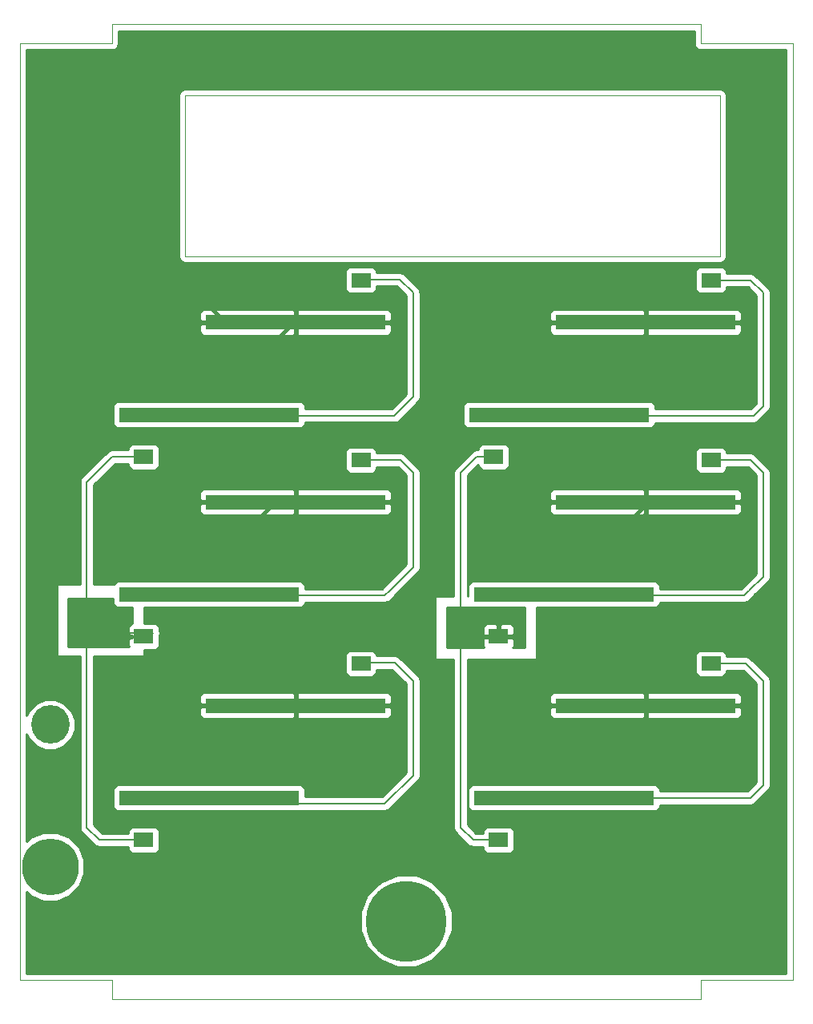
<source format=gtl>
G04 (created by PCBNEW (2013-june-11)-stable) date Sun 22 Dec 2013 12:07:11 AM CST*
%MOIN*%
G04 Gerber Fmt 3.4, Leading zero omitted, Abs format*
%FSLAX34Y34*%
G01*
G70*
G90*
G04 APERTURE LIST*
%ADD10C,0.00590551*%
%ADD11C,0.0039*%
%ADD12C,0.16*%
%ADD13C,0.2362*%
%ADD14C,0.3346*%
%ADD15R,0.081X0.06*%
%ADD16R,0.75X0.06*%
%ADD17C,0.035*%
%ADD18C,0.015*%
%ADD19C,0.008*%
%ADD20C,0.01*%
G04 APERTURE END LIST*
G54D10*
G54D11*
X51731Y-24661D02*
X51731Y-25458D01*
X27233Y-24661D02*
X51731Y-24661D01*
X27233Y-25448D02*
X27233Y-24661D01*
X51729Y-64425D02*
X51729Y-65212D01*
X27233Y-64425D02*
X27233Y-65212D01*
X51729Y-65212D02*
X27233Y-65212D01*
X30284Y-27614D02*
X30284Y-34307D01*
X52528Y-27614D02*
X52528Y-34307D01*
X30284Y-27614D02*
X52528Y-27614D01*
X52528Y-34307D02*
X30284Y-34307D01*
X55571Y-64425D02*
X51729Y-64425D01*
X55571Y-25452D02*
X55571Y-64425D01*
X51729Y-25452D02*
X55571Y-25452D01*
X23394Y-25452D02*
X27233Y-25452D01*
X23394Y-64425D02*
X23394Y-25452D01*
X23394Y-64425D02*
X27233Y-64425D01*
G54D12*
X24654Y-53795D03*
G54D13*
X24654Y-59700D03*
G54D14*
X39481Y-61964D03*
G54D15*
X37595Y-35304D03*
G54D16*
X34870Y-37054D03*
G54D15*
X28546Y-42647D03*
G54D16*
X31271Y-40897D03*
G54D15*
X52162Y-35304D03*
G54D16*
X49437Y-37054D03*
G54D15*
X43113Y-42647D03*
G54D16*
X45838Y-40897D03*
G54D15*
X28546Y-50128D03*
G54D16*
X31271Y-48378D03*
G54D15*
X37595Y-42785D03*
G54D16*
X34870Y-44535D03*
G54D15*
X43310Y-50128D03*
G54D16*
X46035Y-48378D03*
G54D15*
X52162Y-42785D03*
G54D16*
X49437Y-44535D03*
G54D15*
X28546Y-58592D03*
G54D16*
X31271Y-56842D03*
G54D15*
X37595Y-51249D03*
G54D16*
X34870Y-52999D03*
G54D15*
X43310Y-58592D03*
G54D16*
X46035Y-56842D03*
G54D15*
X52162Y-51249D03*
G54D16*
X49437Y-52999D03*
G54D17*
X53543Y-29527D03*
X54330Y-29527D03*
X54330Y-30314D03*
X53543Y-30314D03*
X53543Y-31102D03*
X54330Y-31102D03*
X54330Y-31889D03*
X53543Y-31889D03*
X27559Y-30314D03*
X27559Y-29527D03*
X26771Y-29527D03*
X26771Y-30314D03*
X25984Y-30314D03*
X25984Y-29527D03*
X25196Y-29527D03*
X25196Y-30314D03*
X31692Y-54724D03*
X32480Y-54724D03*
X33267Y-54724D03*
X34055Y-54724D03*
X46062Y-54724D03*
X46850Y-54724D03*
X47637Y-54724D03*
X48425Y-54724D03*
X48425Y-46456D03*
X46062Y-46456D03*
X46850Y-46456D03*
X47637Y-46456D03*
X30118Y-46062D03*
X30905Y-46062D03*
X31692Y-46062D03*
X32480Y-46062D03*
X40354Y-44881D03*
X40354Y-45669D03*
X40354Y-46456D03*
X40354Y-47244D03*
X40354Y-48031D03*
X40354Y-40944D03*
X40354Y-40157D03*
X40354Y-39370D03*
X40354Y-38582D03*
X40354Y-37795D03*
X45078Y-38976D03*
X45866Y-38976D03*
X46653Y-38976D03*
X47440Y-38976D03*
X48228Y-38976D03*
X40354Y-56692D03*
X40354Y-55905D03*
X40354Y-55118D03*
X40354Y-54330D03*
X40354Y-53543D03*
X30511Y-38976D03*
X31299Y-38976D03*
X32086Y-38976D03*
X32874Y-38976D03*
X27362Y-49409D03*
X26771Y-49409D03*
X26771Y-50000D03*
X26181Y-50000D03*
X26181Y-49409D03*
X27362Y-50000D03*
X42913Y-49212D03*
X44094Y-49212D03*
X43503Y-49212D03*
X42322Y-49212D03*
X42322Y-49803D03*
X42322Y-50393D03*
X41732Y-50393D03*
X41732Y-49803D03*
X41732Y-49212D03*
G54D18*
X53543Y-29527D02*
X54330Y-29527D01*
X54330Y-30314D02*
X53543Y-30314D01*
X53543Y-31102D02*
X54330Y-31102D01*
X53543Y-31889D02*
X54330Y-31889D01*
X34870Y-37054D02*
X31936Y-37054D01*
X26771Y-29527D02*
X27559Y-29527D01*
X25984Y-30314D02*
X26771Y-30314D01*
X25196Y-29527D02*
X25984Y-29527D01*
X31936Y-37054D02*
X25196Y-30314D01*
X34870Y-52999D02*
X34870Y-53909D01*
X33267Y-54724D02*
X32480Y-54724D01*
X34870Y-53909D02*
X34055Y-54724D01*
X49437Y-52999D02*
X49437Y-53712D01*
X47637Y-54724D02*
X46850Y-54724D01*
X49437Y-53712D02*
X48425Y-54724D01*
X49437Y-44535D02*
X49437Y-44657D01*
X46850Y-46456D02*
X46062Y-46456D01*
X49437Y-44657D02*
X47637Y-46456D01*
X34870Y-44535D02*
X34008Y-44535D01*
X31692Y-46062D02*
X30905Y-46062D01*
X34008Y-44535D02*
X32480Y-46062D01*
X40354Y-48031D02*
X40354Y-53543D01*
X40354Y-44881D02*
X40354Y-45669D01*
X40354Y-46456D02*
X40354Y-47244D01*
X49437Y-37054D02*
X49437Y-37767D01*
X40354Y-39370D02*
X40354Y-40157D01*
X40354Y-37795D02*
X40354Y-38582D01*
X45866Y-38976D02*
X45078Y-38976D01*
X47440Y-38976D02*
X46653Y-38976D01*
X49437Y-37767D02*
X48228Y-38976D01*
X40354Y-55905D02*
X40354Y-56692D01*
X40354Y-54330D02*
X40354Y-55118D01*
X34870Y-37054D02*
X34795Y-37054D01*
X32086Y-38976D02*
X31299Y-38976D01*
X34795Y-37054D02*
X32874Y-38976D01*
G54D19*
X28546Y-58592D02*
X26703Y-58592D01*
X26181Y-58070D02*
X26181Y-50000D01*
X26703Y-58592D02*
X26181Y-58070D01*
X28546Y-42647D02*
X27233Y-42647D01*
X27362Y-50000D02*
X27362Y-49409D01*
X26771Y-49409D02*
X26771Y-50000D01*
X26181Y-50000D02*
X26181Y-49409D01*
X27391Y-49970D02*
X28940Y-49970D01*
X27391Y-49970D02*
X27362Y-50000D01*
X26181Y-43700D02*
X26181Y-49409D01*
X27233Y-42647D02*
X26181Y-43700D01*
X43310Y-58592D02*
X42254Y-58592D01*
X41732Y-58070D02*
X41732Y-50393D01*
X42254Y-58592D02*
X41732Y-58070D01*
X42322Y-49212D02*
X42913Y-49212D01*
X43503Y-49212D02*
X44094Y-49212D01*
X43113Y-42647D02*
X42391Y-42647D01*
X42322Y-50393D02*
X42322Y-49803D01*
X41732Y-49803D02*
X41732Y-50393D01*
X41732Y-43307D02*
X41732Y-49212D01*
X42391Y-42647D02*
X41732Y-43307D01*
X37791Y-35265D02*
X39202Y-35265D01*
X39202Y-35265D02*
X39763Y-35826D01*
X39763Y-35826D02*
X39763Y-40157D01*
X39763Y-40157D02*
X38983Y-40937D01*
X38983Y-40937D02*
X31468Y-40937D01*
X52162Y-51249D02*
X53611Y-51249D01*
X53787Y-56842D02*
X46035Y-56842D01*
X54330Y-56299D02*
X53787Y-56842D01*
X54330Y-51968D02*
X54330Y-56299D01*
X53611Y-51249D02*
X54330Y-51968D01*
X53740Y-48228D02*
X53543Y-48425D01*
X46082Y-48425D02*
X46035Y-48378D01*
X53543Y-48425D02*
X46082Y-48425D01*
X52162Y-42785D02*
X53808Y-42785D01*
X54330Y-43307D02*
X54330Y-47637D01*
X53808Y-42785D02*
X54330Y-43307D01*
X54330Y-47637D02*
X53740Y-48228D01*
X53740Y-48228D02*
X53747Y-48220D01*
X39005Y-51210D02*
X39763Y-51968D01*
X39763Y-51968D02*
X39763Y-55905D01*
X39763Y-55905D02*
X38582Y-57086D01*
X37791Y-51210D02*
X39005Y-51210D01*
X38582Y-57086D02*
X31672Y-57086D01*
X31672Y-57086D02*
X31665Y-57079D01*
X38787Y-48220D02*
X38582Y-48425D01*
X39241Y-42785D02*
X39763Y-43307D01*
X39763Y-47244D02*
X38787Y-48220D01*
X39763Y-43307D02*
X39763Y-47244D01*
X37595Y-42785D02*
X39241Y-42785D01*
X31318Y-48425D02*
X31271Y-48378D01*
X38582Y-48425D02*
X31318Y-48425D01*
X52162Y-35304D02*
X53808Y-35304D01*
X46239Y-40944D02*
X46232Y-40937D01*
X54330Y-40551D02*
X53937Y-40944D01*
X54330Y-35826D02*
X54330Y-40551D01*
X53937Y-40944D02*
X46239Y-40944D01*
X53808Y-35304D02*
X54330Y-35826D01*
G54D10*
G36*
X55273Y-64139D02*
X54620Y-64139D01*
X54620Y-56299D01*
X54620Y-51968D01*
X54620Y-47637D01*
X54620Y-43307D01*
X54620Y-40551D01*
X54620Y-35826D01*
X54598Y-35715D01*
X54535Y-35621D01*
X54535Y-35621D01*
X54013Y-35099D01*
X53919Y-35036D01*
X53808Y-35014D01*
X52817Y-35014D01*
X52817Y-34955D01*
X52797Y-34908D01*
X52797Y-34307D01*
X52797Y-27614D01*
X52776Y-27510D01*
X52718Y-27423D01*
X52631Y-27365D01*
X52528Y-27344D01*
X30284Y-27344D01*
X30180Y-27365D01*
X30093Y-27423D01*
X30035Y-27510D01*
X30014Y-27614D01*
X30014Y-34307D01*
X30035Y-34410D01*
X30093Y-34497D01*
X30180Y-34555D01*
X30284Y-34576D01*
X52528Y-34576D01*
X52631Y-34555D01*
X52718Y-34497D01*
X52776Y-34410D01*
X52797Y-34307D01*
X52797Y-34908D01*
X52779Y-34863D01*
X52708Y-34793D01*
X52616Y-34754D01*
X52517Y-34754D01*
X51707Y-34754D01*
X51615Y-34792D01*
X51545Y-34863D01*
X51507Y-34954D01*
X51506Y-35054D01*
X51506Y-35654D01*
X51544Y-35746D01*
X51615Y-35816D01*
X51707Y-35854D01*
X51806Y-35854D01*
X52616Y-35854D01*
X52708Y-35816D01*
X52778Y-35746D01*
X52816Y-35654D01*
X52817Y-35594D01*
X53688Y-35594D01*
X54040Y-35946D01*
X54040Y-40431D01*
X53816Y-40654D01*
X53437Y-40654D01*
X53437Y-37404D01*
X53437Y-36705D01*
X53399Y-36613D01*
X53328Y-36543D01*
X53236Y-36504D01*
X53137Y-36504D01*
X49549Y-36504D01*
X49487Y-36567D01*
X49487Y-37004D01*
X53374Y-37004D01*
X53437Y-36942D01*
X53437Y-36705D01*
X53437Y-37404D01*
X53437Y-37167D01*
X53374Y-37104D01*
X49487Y-37104D01*
X49487Y-37542D01*
X49549Y-37604D01*
X53137Y-37604D01*
X53236Y-37604D01*
X53328Y-37566D01*
X53399Y-37496D01*
X53437Y-37404D01*
X53437Y-40654D01*
X49838Y-40654D01*
X49838Y-40548D01*
X49800Y-40456D01*
X49730Y-40386D01*
X49638Y-40347D01*
X49539Y-40347D01*
X49387Y-40347D01*
X49387Y-37542D01*
X49387Y-37104D01*
X49387Y-37004D01*
X49387Y-36567D01*
X49324Y-36504D01*
X45736Y-36504D01*
X45637Y-36504D01*
X45545Y-36543D01*
X45474Y-36613D01*
X45436Y-36705D01*
X45437Y-36942D01*
X45499Y-37004D01*
X49387Y-37004D01*
X49387Y-37104D01*
X45499Y-37104D01*
X45437Y-37167D01*
X45436Y-37404D01*
X45474Y-37496D01*
X45545Y-37566D01*
X45637Y-37604D01*
X45736Y-37604D01*
X49324Y-37604D01*
X49387Y-37542D01*
X49387Y-40347D01*
X42039Y-40347D01*
X41947Y-40385D01*
X41876Y-40456D01*
X41838Y-40547D01*
X41838Y-40647D01*
X41838Y-41247D01*
X41876Y-41339D01*
X41946Y-41409D01*
X42038Y-41447D01*
X42138Y-41447D01*
X49638Y-41447D01*
X49730Y-41409D01*
X49800Y-41339D01*
X49838Y-41247D01*
X49838Y-41234D01*
X53937Y-41234D01*
X54047Y-41212D01*
X54142Y-41149D01*
X54535Y-40756D01*
X54535Y-40756D01*
X54535Y-40756D01*
X54598Y-40662D01*
X54620Y-40551D01*
X54620Y-43307D01*
X54598Y-43196D01*
X54535Y-43102D01*
X54535Y-43102D01*
X54013Y-42580D01*
X53919Y-42517D01*
X53808Y-42495D01*
X52817Y-42495D01*
X52817Y-42435D01*
X52779Y-42343D01*
X52708Y-42273D01*
X52616Y-42235D01*
X52517Y-42235D01*
X51707Y-42235D01*
X51615Y-42273D01*
X51545Y-42343D01*
X51507Y-42435D01*
X51506Y-42534D01*
X51506Y-43134D01*
X51544Y-43226D01*
X51615Y-43296D01*
X51707Y-43335D01*
X51806Y-43335D01*
X52616Y-43335D01*
X52708Y-43297D01*
X52778Y-43226D01*
X52816Y-43135D01*
X52817Y-43075D01*
X53688Y-43075D01*
X54040Y-43427D01*
X54040Y-47517D01*
X53535Y-48023D01*
X53535Y-48023D01*
X53437Y-48121D01*
X53437Y-44884D01*
X53437Y-44185D01*
X53399Y-44093D01*
X53328Y-44023D01*
X53236Y-43985D01*
X53137Y-43985D01*
X49549Y-43985D01*
X49487Y-44047D01*
X49487Y-44485D01*
X53374Y-44485D01*
X53437Y-44422D01*
X53437Y-44185D01*
X53437Y-44884D01*
X53437Y-44647D01*
X53374Y-44585D01*
X49487Y-44585D01*
X49487Y-45022D01*
X49549Y-45085D01*
X53137Y-45085D01*
X53236Y-45085D01*
X53328Y-45046D01*
X53399Y-44976D01*
X53437Y-44884D01*
X53437Y-48121D01*
X53423Y-48135D01*
X50035Y-48135D01*
X50035Y-48028D01*
X49997Y-47936D01*
X49927Y-47866D01*
X49835Y-47828D01*
X49735Y-47828D01*
X49387Y-47828D01*
X49387Y-45022D01*
X49387Y-44585D01*
X49387Y-44485D01*
X49387Y-44047D01*
X49324Y-43985D01*
X45736Y-43985D01*
X45637Y-43985D01*
X45545Y-44023D01*
X45474Y-44093D01*
X45436Y-44185D01*
X45437Y-44422D01*
X45499Y-44485D01*
X49387Y-44485D01*
X49387Y-44585D01*
X45499Y-44585D01*
X45437Y-44647D01*
X45436Y-44884D01*
X45474Y-44976D01*
X45545Y-45046D01*
X45637Y-45085D01*
X45736Y-45085D01*
X49324Y-45085D01*
X49387Y-45022D01*
X49387Y-47828D01*
X42235Y-47828D01*
X42144Y-47866D01*
X42073Y-47936D01*
X42035Y-48028D01*
X42035Y-48127D01*
X42035Y-48430D01*
X42022Y-48430D01*
X42022Y-43427D01*
X42458Y-42990D01*
X42458Y-42997D01*
X42496Y-43089D01*
X42566Y-43159D01*
X42658Y-43197D01*
X42758Y-43197D01*
X43568Y-43197D01*
X43660Y-43159D01*
X43730Y-43089D01*
X43768Y-42997D01*
X43768Y-42898D01*
X43768Y-42298D01*
X43730Y-42206D01*
X43660Y-42136D01*
X43568Y-42097D01*
X43469Y-42097D01*
X42659Y-42097D01*
X42567Y-42135D01*
X42496Y-42206D01*
X42458Y-42297D01*
X42458Y-42357D01*
X42391Y-42357D01*
X42280Y-42379D01*
X42186Y-42442D01*
X41527Y-43102D01*
X41464Y-43196D01*
X41442Y-43307D01*
X41442Y-48430D01*
X40667Y-48430D01*
X40667Y-51089D01*
X41442Y-51089D01*
X41442Y-58070D01*
X41464Y-58181D01*
X41527Y-58275D01*
X42049Y-58797D01*
X42049Y-58797D01*
X42143Y-58860D01*
X42254Y-58882D01*
X42655Y-58882D01*
X42655Y-58942D01*
X42693Y-59034D01*
X42763Y-59104D01*
X42855Y-59142D01*
X42954Y-59142D01*
X43764Y-59142D01*
X43856Y-59104D01*
X43927Y-59034D01*
X43965Y-58942D01*
X43965Y-58843D01*
X43965Y-58243D01*
X43927Y-58151D01*
X43857Y-58080D01*
X43765Y-58042D01*
X43665Y-58042D01*
X42855Y-58042D01*
X42764Y-58080D01*
X42693Y-58150D01*
X42655Y-58242D01*
X42655Y-58302D01*
X42374Y-58302D01*
X42022Y-57950D01*
X42022Y-51089D01*
X44901Y-51089D01*
X44901Y-48928D01*
X49834Y-48928D01*
X49926Y-48890D01*
X49997Y-48820D01*
X50035Y-48728D01*
X50035Y-48715D01*
X53543Y-48715D01*
X53654Y-48693D01*
X53748Y-48630D01*
X53945Y-48433D01*
X53945Y-48433D01*
X53945Y-48433D01*
X53952Y-48425D01*
X54535Y-47842D01*
X54598Y-47748D01*
X54620Y-47637D01*
X54620Y-51968D01*
X54598Y-51857D01*
X54535Y-51763D01*
X53816Y-51044D01*
X53722Y-50981D01*
X53611Y-50959D01*
X52817Y-50959D01*
X52817Y-50900D01*
X52779Y-50808D01*
X52708Y-50737D01*
X52616Y-50699D01*
X52517Y-50699D01*
X51707Y-50699D01*
X51615Y-50737D01*
X51545Y-50807D01*
X51507Y-50899D01*
X51506Y-50999D01*
X51506Y-51599D01*
X51544Y-51691D01*
X51615Y-51761D01*
X51707Y-51799D01*
X51806Y-51799D01*
X52616Y-51799D01*
X52708Y-51761D01*
X52778Y-51691D01*
X52816Y-51599D01*
X52817Y-51539D01*
X53491Y-51539D01*
X54040Y-52088D01*
X54040Y-56179D01*
X53667Y-56552D01*
X53437Y-56552D01*
X53437Y-53349D01*
X53437Y-52650D01*
X53399Y-52558D01*
X53328Y-52487D01*
X53236Y-52449D01*
X53137Y-52449D01*
X49549Y-52449D01*
X49487Y-52512D01*
X49487Y-52949D01*
X53374Y-52949D01*
X53437Y-52887D01*
X53437Y-52650D01*
X53437Y-53349D01*
X53437Y-53112D01*
X53374Y-53049D01*
X49487Y-53049D01*
X49487Y-53487D01*
X49549Y-53549D01*
X53137Y-53549D01*
X53236Y-53549D01*
X53328Y-53511D01*
X53399Y-53441D01*
X53437Y-53349D01*
X53437Y-56552D01*
X50035Y-56552D01*
X50035Y-56493D01*
X49997Y-56401D01*
X49927Y-56330D01*
X49835Y-56292D01*
X49735Y-56292D01*
X49387Y-56292D01*
X49387Y-53487D01*
X49387Y-53049D01*
X49387Y-52949D01*
X49387Y-52512D01*
X49324Y-52449D01*
X45736Y-52449D01*
X45637Y-52449D01*
X45545Y-52487D01*
X45474Y-52558D01*
X45436Y-52650D01*
X45437Y-52887D01*
X45499Y-52949D01*
X49387Y-52949D01*
X49387Y-53049D01*
X45499Y-53049D01*
X45437Y-53112D01*
X45436Y-53349D01*
X45474Y-53441D01*
X45545Y-53511D01*
X45637Y-53549D01*
X45736Y-53549D01*
X49324Y-53549D01*
X49387Y-53487D01*
X49387Y-56292D01*
X44901Y-56292D01*
X42235Y-56292D01*
X42144Y-56330D01*
X42073Y-56400D01*
X42035Y-56492D01*
X42035Y-56592D01*
X42035Y-57192D01*
X42073Y-57284D01*
X42143Y-57354D01*
X42235Y-57392D01*
X42334Y-57392D01*
X44901Y-57392D01*
X49834Y-57392D01*
X49926Y-57354D01*
X49997Y-57284D01*
X50035Y-57192D01*
X50035Y-57132D01*
X53787Y-57132D01*
X53898Y-57110D01*
X53992Y-57047D01*
X54535Y-56504D01*
X54598Y-56410D01*
X54620Y-56299D01*
X54620Y-64139D01*
X44901Y-64139D01*
X44851Y-64139D01*
X41404Y-64139D01*
X41404Y-61583D01*
X41112Y-60876D01*
X40571Y-60334D01*
X40053Y-60119D01*
X40053Y-55905D01*
X40053Y-51968D01*
X40053Y-51968D01*
X40053Y-51968D01*
X40053Y-47244D01*
X40053Y-43307D01*
X40053Y-40157D01*
X40053Y-35826D01*
X40053Y-35826D01*
X40053Y-35826D01*
X40050Y-35808D01*
X40031Y-35715D01*
X39968Y-35621D01*
X39968Y-35621D01*
X39407Y-35060D01*
X39313Y-34997D01*
X39202Y-34975D01*
X38250Y-34975D01*
X38250Y-34955D01*
X38212Y-34863D01*
X38141Y-34793D01*
X38050Y-34754D01*
X37950Y-34754D01*
X37140Y-34754D01*
X37048Y-34792D01*
X36978Y-34863D01*
X36940Y-34954D01*
X36940Y-35054D01*
X36940Y-35654D01*
X36978Y-35746D01*
X37048Y-35816D01*
X37140Y-35854D01*
X37239Y-35854D01*
X38049Y-35854D01*
X38141Y-35816D01*
X38211Y-35746D01*
X38250Y-35654D01*
X38250Y-35555D01*
X39082Y-35555D01*
X39473Y-35946D01*
X39473Y-40037D01*
X38870Y-40641D01*
X38870Y-37404D01*
X38870Y-36705D01*
X38832Y-36613D01*
X38761Y-36543D01*
X38670Y-36504D01*
X38570Y-36504D01*
X34982Y-36504D01*
X34920Y-36567D01*
X34920Y-37004D01*
X38807Y-37004D01*
X38870Y-36942D01*
X38870Y-36705D01*
X38870Y-37404D01*
X38870Y-37167D01*
X38807Y-37104D01*
X34920Y-37104D01*
X34920Y-37542D01*
X34982Y-37604D01*
X38570Y-37604D01*
X38670Y-37604D01*
X38761Y-37566D01*
X38832Y-37496D01*
X38870Y-37404D01*
X38870Y-40641D01*
X38863Y-40647D01*
X35271Y-40647D01*
X35271Y-40548D01*
X35233Y-40456D01*
X35163Y-40386D01*
X35071Y-40347D01*
X34972Y-40347D01*
X34820Y-40347D01*
X34820Y-37542D01*
X34820Y-37104D01*
X34820Y-37004D01*
X34820Y-36567D01*
X34757Y-36504D01*
X31169Y-36504D01*
X31070Y-36504D01*
X30978Y-36543D01*
X30908Y-36613D01*
X30870Y-36705D01*
X30870Y-36942D01*
X30932Y-37004D01*
X34820Y-37004D01*
X34820Y-37104D01*
X30932Y-37104D01*
X30870Y-37167D01*
X30870Y-37404D01*
X30908Y-37496D01*
X30978Y-37566D01*
X31070Y-37604D01*
X31169Y-37604D01*
X34757Y-37604D01*
X34820Y-37542D01*
X34820Y-40347D01*
X27472Y-40347D01*
X27380Y-40385D01*
X27309Y-40456D01*
X27271Y-40547D01*
X27271Y-40647D01*
X27271Y-41247D01*
X27309Y-41339D01*
X27379Y-41409D01*
X27471Y-41447D01*
X27571Y-41447D01*
X35071Y-41447D01*
X35163Y-41409D01*
X35233Y-41339D01*
X35271Y-41247D01*
X35271Y-41227D01*
X38983Y-41227D01*
X39094Y-41205D01*
X39189Y-41142D01*
X39968Y-40362D01*
X39968Y-40362D01*
X39968Y-40362D01*
X40031Y-40268D01*
X40053Y-40157D01*
X40053Y-43307D01*
X40031Y-43196D01*
X39968Y-43102D01*
X39968Y-43102D01*
X39446Y-42580D01*
X39352Y-42517D01*
X39241Y-42495D01*
X38250Y-42495D01*
X38250Y-42435D01*
X38212Y-42343D01*
X38141Y-42273D01*
X38050Y-42235D01*
X37950Y-42235D01*
X37140Y-42235D01*
X37048Y-42273D01*
X36978Y-42343D01*
X36940Y-42435D01*
X36940Y-42534D01*
X36940Y-43134D01*
X36978Y-43226D01*
X37048Y-43296D01*
X37140Y-43335D01*
X37239Y-43335D01*
X38049Y-43335D01*
X38141Y-43297D01*
X38211Y-43226D01*
X38250Y-43135D01*
X38250Y-43075D01*
X39121Y-43075D01*
X39473Y-43427D01*
X39473Y-47123D01*
X38870Y-47727D01*
X38870Y-44884D01*
X38870Y-44185D01*
X38832Y-44093D01*
X38761Y-44023D01*
X38670Y-43985D01*
X38570Y-43985D01*
X34982Y-43985D01*
X34920Y-44047D01*
X34920Y-44485D01*
X38807Y-44485D01*
X38870Y-44422D01*
X38870Y-44185D01*
X38870Y-44884D01*
X38870Y-44647D01*
X38807Y-44585D01*
X34920Y-44585D01*
X34920Y-45022D01*
X34982Y-45085D01*
X38570Y-45085D01*
X38670Y-45085D01*
X38761Y-45046D01*
X38832Y-44976D01*
X38870Y-44884D01*
X38870Y-47727D01*
X38582Y-48015D01*
X38462Y-48135D01*
X35271Y-48135D01*
X35271Y-48028D01*
X35233Y-47936D01*
X35163Y-47866D01*
X35071Y-47828D01*
X34972Y-47828D01*
X34820Y-47828D01*
X34820Y-45022D01*
X34820Y-44585D01*
X34820Y-44485D01*
X34820Y-44047D01*
X34757Y-43985D01*
X31169Y-43985D01*
X31070Y-43985D01*
X30978Y-44023D01*
X30908Y-44093D01*
X30870Y-44185D01*
X30870Y-44422D01*
X30932Y-44485D01*
X34820Y-44485D01*
X34820Y-44585D01*
X30932Y-44585D01*
X30870Y-44647D01*
X30870Y-44884D01*
X30908Y-44976D01*
X30978Y-45046D01*
X31070Y-45085D01*
X31169Y-45085D01*
X34757Y-45085D01*
X34820Y-45022D01*
X34820Y-47828D01*
X27472Y-47828D01*
X27380Y-47866D01*
X27309Y-47936D01*
X27301Y-47957D01*
X26471Y-47957D01*
X26471Y-43820D01*
X27354Y-42937D01*
X27891Y-42937D01*
X27891Y-42997D01*
X27929Y-43089D01*
X27999Y-43159D01*
X28091Y-43197D01*
X28191Y-43197D01*
X29001Y-43197D01*
X29093Y-43159D01*
X29163Y-43089D01*
X29201Y-42997D01*
X29201Y-42898D01*
X29201Y-42298D01*
X29163Y-42206D01*
X29093Y-42136D01*
X29001Y-42097D01*
X28902Y-42097D01*
X28092Y-42097D01*
X28000Y-42135D01*
X27929Y-42206D01*
X27891Y-42297D01*
X27891Y-42357D01*
X27233Y-42357D01*
X27123Y-42379D01*
X27028Y-42442D01*
X27028Y-42442D01*
X25976Y-43495D01*
X25913Y-43589D01*
X25891Y-43700D01*
X25891Y-47957D01*
X24919Y-47957D01*
X24919Y-50931D01*
X25891Y-50931D01*
X25891Y-58070D01*
X25913Y-58181D01*
X25976Y-58275D01*
X26497Y-58797D01*
X26497Y-58797D01*
X26592Y-58860D01*
X26703Y-58882D01*
X27891Y-58882D01*
X27891Y-58942D01*
X27929Y-59034D01*
X27999Y-59104D01*
X28091Y-59142D01*
X28191Y-59142D01*
X28562Y-59142D01*
X29001Y-59142D01*
X29093Y-59104D01*
X29163Y-59034D01*
X29201Y-58942D01*
X29201Y-58843D01*
X29201Y-58243D01*
X29163Y-58151D01*
X29093Y-58080D01*
X29001Y-58042D01*
X28902Y-58042D01*
X28562Y-58042D01*
X28092Y-58042D01*
X28000Y-58080D01*
X27929Y-58150D01*
X27891Y-58242D01*
X27891Y-58302D01*
X26823Y-58302D01*
X26471Y-57950D01*
X26471Y-50931D01*
X28562Y-50931D01*
X28562Y-50678D01*
X29001Y-50678D01*
X29093Y-50640D01*
X29163Y-50570D01*
X29201Y-50478D01*
X29201Y-50378D01*
X29201Y-50091D01*
X29208Y-50081D01*
X29230Y-49970D01*
X29208Y-49859D01*
X29201Y-49849D01*
X29201Y-49778D01*
X29163Y-49686D01*
X29093Y-49616D01*
X29001Y-49578D01*
X28902Y-49578D01*
X28562Y-49578D01*
X28562Y-48928D01*
X35071Y-48928D01*
X35163Y-48890D01*
X35233Y-48820D01*
X35271Y-48728D01*
X35271Y-48715D01*
X38582Y-48715D01*
X38693Y-48693D01*
X38787Y-48630D01*
X38992Y-48425D01*
X39968Y-47449D01*
X40031Y-47355D01*
X40053Y-47244D01*
X40053Y-51968D01*
X40031Y-51857D01*
X39968Y-51763D01*
X39968Y-51763D01*
X39210Y-51005D01*
X39116Y-50942D01*
X39005Y-50920D01*
X38250Y-50920D01*
X38250Y-50900D01*
X38212Y-50808D01*
X38141Y-50737D01*
X38050Y-50699D01*
X37950Y-50699D01*
X37140Y-50699D01*
X37048Y-50737D01*
X36978Y-50807D01*
X36940Y-50899D01*
X36940Y-50999D01*
X36940Y-51599D01*
X36978Y-51691D01*
X37048Y-51761D01*
X37140Y-51799D01*
X37239Y-51799D01*
X38049Y-51799D01*
X38141Y-51761D01*
X38211Y-51691D01*
X38250Y-51599D01*
X38250Y-51500D01*
X38885Y-51500D01*
X39473Y-52088D01*
X39473Y-55785D01*
X38870Y-56389D01*
X38870Y-53349D01*
X38870Y-52650D01*
X38832Y-52558D01*
X38761Y-52487D01*
X38670Y-52449D01*
X38570Y-52449D01*
X34982Y-52449D01*
X34920Y-52512D01*
X34920Y-52949D01*
X38807Y-52949D01*
X38870Y-52887D01*
X38870Y-52650D01*
X38870Y-53349D01*
X38870Y-53112D01*
X38807Y-53049D01*
X34920Y-53049D01*
X34920Y-53487D01*
X34982Y-53549D01*
X38570Y-53549D01*
X38670Y-53549D01*
X38761Y-53511D01*
X38832Y-53441D01*
X38870Y-53349D01*
X38870Y-56389D01*
X38462Y-56796D01*
X35271Y-56796D01*
X35271Y-56493D01*
X35233Y-56401D01*
X35163Y-56330D01*
X35071Y-56292D01*
X34972Y-56292D01*
X34820Y-56292D01*
X34820Y-53487D01*
X34820Y-53049D01*
X34820Y-52949D01*
X34820Y-52512D01*
X34757Y-52449D01*
X31169Y-52449D01*
X31070Y-52449D01*
X30978Y-52487D01*
X30908Y-52558D01*
X30870Y-52650D01*
X30870Y-52887D01*
X30932Y-52949D01*
X34820Y-52949D01*
X34820Y-53049D01*
X30932Y-53049D01*
X30870Y-53112D01*
X30870Y-53349D01*
X30908Y-53441D01*
X30978Y-53511D01*
X31070Y-53549D01*
X31169Y-53549D01*
X34757Y-53549D01*
X34820Y-53487D01*
X34820Y-56292D01*
X28562Y-56292D01*
X27472Y-56292D01*
X27380Y-56330D01*
X27309Y-56400D01*
X27271Y-56492D01*
X27271Y-56592D01*
X27271Y-57192D01*
X27309Y-57284D01*
X27379Y-57354D01*
X27471Y-57392D01*
X27571Y-57392D01*
X28562Y-57392D01*
X35071Y-57392D01*
X35110Y-57376D01*
X38582Y-57376D01*
X38693Y-57354D01*
X38787Y-57291D01*
X39968Y-56110D01*
X39968Y-56110D01*
X39968Y-56110D01*
X40031Y-56016D01*
X40053Y-55905D01*
X40053Y-60119D01*
X39865Y-60041D01*
X39100Y-60040D01*
X38393Y-60332D01*
X37851Y-60873D01*
X37558Y-61579D01*
X37557Y-62344D01*
X37849Y-63051D01*
X38390Y-63593D01*
X39096Y-63886D01*
X39861Y-63887D01*
X40568Y-63595D01*
X41110Y-63054D01*
X41403Y-62348D01*
X41404Y-61583D01*
X41404Y-64139D01*
X28562Y-64139D01*
X28512Y-64139D01*
X23680Y-64139D01*
X23680Y-60749D01*
X23842Y-60912D01*
X24368Y-61130D01*
X24937Y-61131D01*
X25463Y-60913D01*
X25866Y-60511D01*
X26084Y-59985D01*
X26085Y-59416D01*
X25867Y-58890D01*
X25465Y-58487D01*
X24939Y-58269D01*
X24370Y-58268D01*
X23844Y-58486D01*
X23680Y-58650D01*
X23680Y-54187D01*
X23763Y-54389D01*
X24058Y-54684D01*
X24444Y-54844D01*
X24861Y-54845D01*
X25248Y-54685D01*
X25543Y-54390D01*
X25703Y-54004D01*
X25704Y-53587D01*
X25544Y-53201D01*
X25249Y-52905D01*
X24863Y-52745D01*
X24446Y-52744D01*
X24060Y-52904D01*
X23764Y-53199D01*
X23680Y-53402D01*
X23680Y-25721D01*
X27233Y-25721D01*
X27336Y-25700D01*
X27423Y-25642D01*
X27481Y-25555D01*
X27502Y-25452D01*
X27502Y-25450D01*
X27502Y-25448D01*
X27502Y-24930D01*
X51461Y-24930D01*
X51461Y-25441D01*
X51459Y-25452D01*
X51480Y-25555D01*
X51481Y-25556D01*
X51482Y-25561D01*
X51540Y-25648D01*
X51627Y-25706D01*
X51731Y-25727D01*
X51761Y-25721D01*
X55273Y-25721D01*
X55273Y-64139D01*
X55273Y-64139D01*
G37*
G54D20*
X55273Y-64139D02*
X54620Y-64139D01*
X54620Y-56299D01*
X54620Y-51968D01*
X54620Y-47637D01*
X54620Y-43307D01*
X54620Y-40551D01*
X54620Y-35826D01*
X54598Y-35715D01*
X54535Y-35621D01*
X54535Y-35621D01*
X54013Y-35099D01*
X53919Y-35036D01*
X53808Y-35014D01*
X52817Y-35014D01*
X52817Y-34955D01*
X52797Y-34908D01*
X52797Y-34307D01*
X52797Y-27614D01*
X52776Y-27510D01*
X52718Y-27423D01*
X52631Y-27365D01*
X52528Y-27344D01*
X30284Y-27344D01*
X30180Y-27365D01*
X30093Y-27423D01*
X30035Y-27510D01*
X30014Y-27614D01*
X30014Y-34307D01*
X30035Y-34410D01*
X30093Y-34497D01*
X30180Y-34555D01*
X30284Y-34576D01*
X52528Y-34576D01*
X52631Y-34555D01*
X52718Y-34497D01*
X52776Y-34410D01*
X52797Y-34307D01*
X52797Y-34908D01*
X52779Y-34863D01*
X52708Y-34793D01*
X52616Y-34754D01*
X52517Y-34754D01*
X51707Y-34754D01*
X51615Y-34792D01*
X51545Y-34863D01*
X51507Y-34954D01*
X51506Y-35054D01*
X51506Y-35654D01*
X51544Y-35746D01*
X51615Y-35816D01*
X51707Y-35854D01*
X51806Y-35854D01*
X52616Y-35854D01*
X52708Y-35816D01*
X52778Y-35746D01*
X52816Y-35654D01*
X52817Y-35594D01*
X53688Y-35594D01*
X54040Y-35946D01*
X54040Y-40431D01*
X53816Y-40654D01*
X53437Y-40654D01*
X53437Y-37404D01*
X53437Y-36705D01*
X53399Y-36613D01*
X53328Y-36543D01*
X53236Y-36504D01*
X53137Y-36504D01*
X49549Y-36504D01*
X49487Y-36567D01*
X49487Y-37004D01*
X53374Y-37004D01*
X53437Y-36942D01*
X53437Y-36705D01*
X53437Y-37404D01*
X53437Y-37167D01*
X53374Y-37104D01*
X49487Y-37104D01*
X49487Y-37542D01*
X49549Y-37604D01*
X53137Y-37604D01*
X53236Y-37604D01*
X53328Y-37566D01*
X53399Y-37496D01*
X53437Y-37404D01*
X53437Y-40654D01*
X49838Y-40654D01*
X49838Y-40548D01*
X49800Y-40456D01*
X49730Y-40386D01*
X49638Y-40347D01*
X49539Y-40347D01*
X49387Y-40347D01*
X49387Y-37542D01*
X49387Y-37104D01*
X49387Y-37004D01*
X49387Y-36567D01*
X49324Y-36504D01*
X45736Y-36504D01*
X45637Y-36504D01*
X45545Y-36543D01*
X45474Y-36613D01*
X45436Y-36705D01*
X45437Y-36942D01*
X45499Y-37004D01*
X49387Y-37004D01*
X49387Y-37104D01*
X45499Y-37104D01*
X45437Y-37167D01*
X45436Y-37404D01*
X45474Y-37496D01*
X45545Y-37566D01*
X45637Y-37604D01*
X45736Y-37604D01*
X49324Y-37604D01*
X49387Y-37542D01*
X49387Y-40347D01*
X42039Y-40347D01*
X41947Y-40385D01*
X41876Y-40456D01*
X41838Y-40547D01*
X41838Y-40647D01*
X41838Y-41247D01*
X41876Y-41339D01*
X41946Y-41409D01*
X42038Y-41447D01*
X42138Y-41447D01*
X49638Y-41447D01*
X49730Y-41409D01*
X49800Y-41339D01*
X49838Y-41247D01*
X49838Y-41234D01*
X53937Y-41234D01*
X54047Y-41212D01*
X54142Y-41149D01*
X54535Y-40756D01*
X54535Y-40756D01*
X54535Y-40756D01*
X54598Y-40662D01*
X54620Y-40551D01*
X54620Y-43307D01*
X54598Y-43196D01*
X54535Y-43102D01*
X54535Y-43102D01*
X54013Y-42580D01*
X53919Y-42517D01*
X53808Y-42495D01*
X52817Y-42495D01*
X52817Y-42435D01*
X52779Y-42343D01*
X52708Y-42273D01*
X52616Y-42235D01*
X52517Y-42235D01*
X51707Y-42235D01*
X51615Y-42273D01*
X51545Y-42343D01*
X51507Y-42435D01*
X51506Y-42534D01*
X51506Y-43134D01*
X51544Y-43226D01*
X51615Y-43296D01*
X51707Y-43335D01*
X51806Y-43335D01*
X52616Y-43335D01*
X52708Y-43297D01*
X52778Y-43226D01*
X52816Y-43135D01*
X52817Y-43075D01*
X53688Y-43075D01*
X54040Y-43427D01*
X54040Y-47517D01*
X53535Y-48023D01*
X53535Y-48023D01*
X53437Y-48121D01*
X53437Y-44884D01*
X53437Y-44185D01*
X53399Y-44093D01*
X53328Y-44023D01*
X53236Y-43985D01*
X53137Y-43985D01*
X49549Y-43985D01*
X49487Y-44047D01*
X49487Y-44485D01*
X53374Y-44485D01*
X53437Y-44422D01*
X53437Y-44185D01*
X53437Y-44884D01*
X53437Y-44647D01*
X53374Y-44585D01*
X49487Y-44585D01*
X49487Y-45022D01*
X49549Y-45085D01*
X53137Y-45085D01*
X53236Y-45085D01*
X53328Y-45046D01*
X53399Y-44976D01*
X53437Y-44884D01*
X53437Y-48121D01*
X53423Y-48135D01*
X50035Y-48135D01*
X50035Y-48028D01*
X49997Y-47936D01*
X49927Y-47866D01*
X49835Y-47828D01*
X49735Y-47828D01*
X49387Y-47828D01*
X49387Y-45022D01*
X49387Y-44585D01*
X49387Y-44485D01*
X49387Y-44047D01*
X49324Y-43985D01*
X45736Y-43985D01*
X45637Y-43985D01*
X45545Y-44023D01*
X45474Y-44093D01*
X45436Y-44185D01*
X45437Y-44422D01*
X45499Y-44485D01*
X49387Y-44485D01*
X49387Y-44585D01*
X45499Y-44585D01*
X45437Y-44647D01*
X45436Y-44884D01*
X45474Y-44976D01*
X45545Y-45046D01*
X45637Y-45085D01*
X45736Y-45085D01*
X49324Y-45085D01*
X49387Y-45022D01*
X49387Y-47828D01*
X42235Y-47828D01*
X42144Y-47866D01*
X42073Y-47936D01*
X42035Y-48028D01*
X42035Y-48127D01*
X42035Y-48430D01*
X42022Y-48430D01*
X42022Y-43427D01*
X42458Y-42990D01*
X42458Y-42997D01*
X42496Y-43089D01*
X42566Y-43159D01*
X42658Y-43197D01*
X42758Y-43197D01*
X43568Y-43197D01*
X43660Y-43159D01*
X43730Y-43089D01*
X43768Y-42997D01*
X43768Y-42898D01*
X43768Y-42298D01*
X43730Y-42206D01*
X43660Y-42136D01*
X43568Y-42097D01*
X43469Y-42097D01*
X42659Y-42097D01*
X42567Y-42135D01*
X42496Y-42206D01*
X42458Y-42297D01*
X42458Y-42357D01*
X42391Y-42357D01*
X42280Y-42379D01*
X42186Y-42442D01*
X41527Y-43102D01*
X41464Y-43196D01*
X41442Y-43307D01*
X41442Y-48430D01*
X40667Y-48430D01*
X40667Y-51089D01*
X41442Y-51089D01*
X41442Y-58070D01*
X41464Y-58181D01*
X41527Y-58275D01*
X42049Y-58797D01*
X42049Y-58797D01*
X42143Y-58860D01*
X42254Y-58882D01*
X42655Y-58882D01*
X42655Y-58942D01*
X42693Y-59034D01*
X42763Y-59104D01*
X42855Y-59142D01*
X42954Y-59142D01*
X43764Y-59142D01*
X43856Y-59104D01*
X43927Y-59034D01*
X43965Y-58942D01*
X43965Y-58843D01*
X43965Y-58243D01*
X43927Y-58151D01*
X43857Y-58080D01*
X43765Y-58042D01*
X43665Y-58042D01*
X42855Y-58042D01*
X42764Y-58080D01*
X42693Y-58150D01*
X42655Y-58242D01*
X42655Y-58302D01*
X42374Y-58302D01*
X42022Y-57950D01*
X42022Y-51089D01*
X44901Y-51089D01*
X44901Y-48928D01*
X49834Y-48928D01*
X49926Y-48890D01*
X49997Y-48820D01*
X50035Y-48728D01*
X50035Y-48715D01*
X53543Y-48715D01*
X53654Y-48693D01*
X53748Y-48630D01*
X53945Y-48433D01*
X53945Y-48433D01*
X53945Y-48433D01*
X53952Y-48425D01*
X54535Y-47842D01*
X54598Y-47748D01*
X54620Y-47637D01*
X54620Y-51968D01*
X54598Y-51857D01*
X54535Y-51763D01*
X53816Y-51044D01*
X53722Y-50981D01*
X53611Y-50959D01*
X52817Y-50959D01*
X52817Y-50900D01*
X52779Y-50808D01*
X52708Y-50737D01*
X52616Y-50699D01*
X52517Y-50699D01*
X51707Y-50699D01*
X51615Y-50737D01*
X51545Y-50807D01*
X51507Y-50899D01*
X51506Y-50999D01*
X51506Y-51599D01*
X51544Y-51691D01*
X51615Y-51761D01*
X51707Y-51799D01*
X51806Y-51799D01*
X52616Y-51799D01*
X52708Y-51761D01*
X52778Y-51691D01*
X52816Y-51599D01*
X52817Y-51539D01*
X53491Y-51539D01*
X54040Y-52088D01*
X54040Y-56179D01*
X53667Y-56552D01*
X53437Y-56552D01*
X53437Y-53349D01*
X53437Y-52650D01*
X53399Y-52558D01*
X53328Y-52487D01*
X53236Y-52449D01*
X53137Y-52449D01*
X49549Y-52449D01*
X49487Y-52512D01*
X49487Y-52949D01*
X53374Y-52949D01*
X53437Y-52887D01*
X53437Y-52650D01*
X53437Y-53349D01*
X53437Y-53112D01*
X53374Y-53049D01*
X49487Y-53049D01*
X49487Y-53487D01*
X49549Y-53549D01*
X53137Y-53549D01*
X53236Y-53549D01*
X53328Y-53511D01*
X53399Y-53441D01*
X53437Y-53349D01*
X53437Y-56552D01*
X50035Y-56552D01*
X50035Y-56493D01*
X49997Y-56401D01*
X49927Y-56330D01*
X49835Y-56292D01*
X49735Y-56292D01*
X49387Y-56292D01*
X49387Y-53487D01*
X49387Y-53049D01*
X49387Y-52949D01*
X49387Y-52512D01*
X49324Y-52449D01*
X45736Y-52449D01*
X45637Y-52449D01*
X45545Y-52487D01*
X45474Y-52558D01*
X45436Y-52650D01*
X45437Y-52887D01*
X45499Y-52949D01*
X49387Y-52949D01*
X49387Y-53049D01*
X45499Y-53049D01*
X45437Y-53112D01*
X45436Y-53349D01*
X45474Y-53441D01*
X45545Y-53511D01*
X45637Y-53549D01*
X45736Y-53549D01*
X49324Y-53549D01*
X49387Y-53487D01*
X49387Y-56292D01*
X44901Y-56292D01*
X42235Y-56292D01*
X42144Y-56330D01*
X42073Y-56400D01*
X42035Y-56492D01*
X42035Y-56592D01*
X42035Y-57192D01*
X42073Y-57284D01*
X42143Y-57354D01*
X42235Y-57392D01*
X42334Y-57392D01*
X44901Y-57392D01*
X49834Y-57392D01*
X49926Y-57354D01*
X49997Y-57284D01*
X50035Y-57192D01*
X50035Y-57132D01*
X53787Y-57132D01*
X53898Y-57110D01*
X53992Y-57047D01*
X54535Y-56504D01*
X54598Y-56410D01*
X54620Y-56299D01*
X54620Y-64139D01*
X44901Y-64139D01*
X44851Y-64139D01*
X41404Y-64139D01*
X41404Y-61583D01*
X41112Y-60876D01*
X40571Y-60334D01*
X40053Y-60119D01*
X40053Y-55905D01*
X40053Y-51968D01*
X40053Y-51968D01*
X40053Y-51968D01*
X40053Y-47244D01*
X40053Y-43307D01*
X40053Y-40157D01*
X40053Y-35826D01*
X40053Y-35826D01*
X40053Y-35826D01*
X40050Y-35808D01*
X40031Y-35715D01*
X39968Y-35621D01*
X39968Y-35621D01*
X39407Y-35060D01*
X39313Y-34997D01*
X39202Y-34975D01*
X38250Y-34975D01*
X38250Y-34955D01*
X38212Y-34863D01*
X38141Y-34793D01*
X38050Y-34754D01*
X37950Y-34754D01*
X37140Y-34754D01*
X37048Y-34792D01*
X36978Y-34863D01*
X36940Y-34954D01*
X36940Y-35054D01*
X36940Y-35654D01*
X36978Y-35746D01*
X37048Y-35816D01*
X37140Y-35854D01*
X37239Y-35854D01*
X38049Y-35854D01*
X38141Y-35816D01*
X38211Y-35746D01*
X38250Y-35654D01*
X38250Y-35555D01*
X39082Y-35555D01*
X39473Y-35946D01*
X39473Y-40037D01*
X38870Y-40641D01*
X38870Y-37404D01*
X38870Y-36705D01*
X38832Y-36613D01*
X38761Y-36543D01*
X38670Y-36504D01*
X38570Y-36504D01*
X34982Y-36504D01*
X34920Y-36567D01*
X34920Y-37004D01*
X38807Y-37004D01*
X38870Y-36942D01*
X38870Y-36705D01*
X38870Y-37404D01*
X38870Y-37167D01*
X38807Y-37104D01*
X34920Y-37104D01*
X34920Y-37542D01*
X34982Y-37604D01*
X38570Y-37604D01*
X38670Y-37604D01*
X38761Y-37566D01*
X38832Y-37496D01*
X38870Y-37404D01*
X38870Y-40641D01*
X38863Y-40647D01*
X35271Y-40647D01*
X35271Y-40548D01*
X35233Y-40456D01*
X35163Y-40386D01*
X35071Y-40347D01*
X34972Y-40347D01*
X34820Y-40347D01*
X34820Y-37542D01*
X34820Y-37104D01*
X34820Y-37004D01*
X34820Y-36567D01*
X34757Y-36504D01*
X31169Y-36504D01*
X31070Y-36504D01*
X30978Y-36543D01*
X30908Y-36613D01*
X30870Y-36705D01*
X30870Y-36942D01*
X30932Y-37004D01*
X34820Y-37004D01*
X34820Y-37104D01*
X30932Y-37104D01*
X30870Y-37167D01*
X30870Y-37404D01*
X30908Y-37496D01*
X30978Y-37566D01*
X31070Y-37604D01*
X31169Y-37604D01*
X34757Y-37604D01*
X34820Y-37542D01*
X34820Y-40347D01*
X27472Y-40347D01*
X27380Y-40385D01*
X27309Y-40456D01*
X27271Y-40547D01*
X27271Y-40647D01*
X27271Y-41247D01*
X27309Y-41339D01*
X27379Y-41409D01*
X27471Y-41447D01*
X27571Y-41447D01*
X35071Y-41447D01*
X35163Y-41409D01*
X35233Y-41339D01*
X35271Y-41247D01*
X35271Y-41227D01*
X38983Y-41227D01*
X39094Y-41205D01*
X39189Y-41142D01*
X39968Y-40362D01*
X39968Y-40362D01*
X39968Y-40362D01*
X40031Y-40268D01*
X40053Y-40157D01*
X40053Y-43307D01*
X40031Y-43196D01*
X39968Y-43102D01*
X39968Y-43102D01*
X39446Y-42580D01*
X39352Y-42517D01*
X39241Y-42495D01*
X38250Y-42495D01*
X38250Y-42435D01*
X38212Y-42343D01*
X38141Y-42273D01*
X38050Y-42235D01*
X37950Y-42235D01*
X37140Y-42235D01*
X37048Y-42273D01*
X36978Y-42343D01*
X36940Y-42435D01*
X36940Y-42534D01*
X36940Y-43134D01*
X36978Y-43226D01*
X37048Y-43296D01*
X37140Y-43335D01*
X37239Y-43335D01*
X38049Y-43335D01*
X38141Y-43297D01*
X38211Y-43226D01*
X38250Y-43135D01*
X38250Y-43075D01*
X39121Y-43075D01*
X39473Y-43427D01*
X39473Y-47123D01*
X38870Y-47727D01*
X38870Y-44884D01*
X38870Y-44185D01*
X38832Y-44093D01*
X38761Y-44023D01*
X38670Y-43985D01*
X38570Y-43985D01*
X34982Y-43985D01*
X34920Y-44047D01*
X34920Y-44485D01*
X38807Y-44485D01*
X38870Y-44422D01*
X38870Y-44185D01*
X38870Y-44884D01*
X38870Y-44647D01*
X38807Y-44585D01*
X34920Y-44585D01*
X34920Y-45022D01*
X34982Y-45085D01*
X38570Y-45085D01*
X38670Y-45085D01*
X38761Y-45046D01*
X38832Y-44976D01*
X38870Y-44884D01*
X38870Y-47727D01*
X38582Y-48015D01*
X38462Y-48135D01*
X35271Y-48135D01*
X35271Y-48028D01*
X35233Y-47936D01*
X35163Y-47866D01*
X35071Y-47828D01*
X34972Y-47828D01*
X34820Y-47828D01*
X34820Y-45022D01*
X34820Y-44585D01*
X34820Y-44485D01*
X34820Y-44047D01*
X34757Y-43985D01*
X31169Y-43985D01*
X31070Y-43985D01*
X30978Y-44023D01*
X30908Y-44093D01*
X30870Y-44185D01*
X30870Y-44422D01*
X30932Y-44485D01*
X34820Y-44485D01*
X34820Y-44585D01*
X30932Y-44585D01*
X30870Y-44647D01*
X30870Y-44884D01*
X30908Y-44976D01*
X30978Y-45046D01*
X31070Y-45085D01*
X31169Y-45085D01*
X34757Y-45085D01*
X34820Y-45022D01*
X34820Y-47828D01*
X27472Y-47828D01*
X27380Y-47866D01*
X27309Y-47936D01*
X27301Y-47957D01*
X26471Y-47957D01*
X26471Y-43820D01*
X27354Y-42937D01*
X27891Y-42937D01*
X27891Y-42997D01*
X27929Y-43089D01*
X27999Y-43159D01*
X28091Y-43197D01*
X28191Y-43197D01*
X29001Y-43197D01*
X29093Y-43159D01*
X29163Y-43089D01*
X29201Y-42997D01*
X29201Y-42898D01*
X29201Y-42298D01*
X29163Y-42206D01*
X29093Y-42136D01*
X29001Y-42097D01*
X28902Y-42097D01*
X28092Y-42097D01*
X28000Y-42135D01*
X27929Y-42206D01*
X27891Y-42297D01*
X27891Y-42357D01*
X27233Y-42357D01*
X27123Y-42379D01*
X27028Y-42442D01*
X27028Y-42442D01*
X25976Y-43495D01*
X25913Y-43589D01*
X25891Y-43700D01*
X25891Y-47957D01*
X24919Y-47957D01*
X24919Y-50931D01*
X25891Y-50931D01*
X25891Y-58070D01*
X25913Y-58181D01*
X25976Y-58275D01*
X26497Y-58797D01*
X26497Y-58797D01*
X26592Y-58860D01*
X26703Y-58882D01*
X27891Y-58882D01*
X27891Y-58942D01*
X27929Y-59034D01*
X27999Y-59104D01*
X28091Y-59142D01*
X28191Y-59142D01*
X28562Y-59142D01*
X29001Y-59142D01*
X29093Y-59104D01*
X29163Y-59034D01*
X29201Y-58942D01*
X29201Y-58843D01*
X29201Y-58243D01*
X29163Y-58151D01*
X29093Y-58080D01*
X29001Y-58042D01*
X28902Y-58042D01*
X28562Y-58042D01*
X28092Y-58042D01*
X28000Y-58080D01*
X27929Y-58150D01*
X27891Y-58242D01*
X27891Y-58302D01*
X26823Y-58302D01*
X26471Y-57950D01*
X26471Y-50931D01*
X28562Y-50931D01*
X28562Y-50678D01*
X29001Y-50678D01*
X29093Y-50640D01*
X29163Y-50570D01*
X29201Y-50478D01*
X29201Y-50378D01*
X29201Y-50091D01*
X29208Y-50081D01*
X29230Y-49970D01*
X29208Y-49859D01*
X29201Y-49849D01*
X29201Y-49778D01*
X29163Y-49686D01*
X29093Y-49616D01*
X29001Y-49578D01*
X28902Y-49578D01*
X28562Y-49578D01*
X28562Y-48928D01*
X35071Y-48928D01*
X35163Y-48890D01*
X35233Y-48820D01*
X35271Y-48728D01*
X35271Y-48715D01*
X38582Y-48715D01*
X38693Y-48693D01*
X38787Y-48630D01*
X38992Y-48425D01*
X39968Y-47449D01*
X40031Y-47355D01*
X40053Y-47244D01*
X40053Y-51968D01*
X40031Y-51857D01*
X39968Y-51763D01*
X39968Y-51763D01*
X39210Y-51005D01*
X39116Y-50942D01*
X39005Y-50920D01*
X38250Y-50920D01*
X38250Y-50900D01*
X38212Y-50808D01*
X38141Y-50737D01*
X38050Y-50699D01*
X37950Y-50699D01*
X37140Y-50699D01*
X37048Y-50737D01*
X36978Y-50807D01*
X36940Y-50899D01*
X36940Y-50999D01*
X36940Y-51599D01*
X36978Y-51691D01*
X37048Y-51761D01*
X37140Y-51799D01*
X37239Y-51799D01*
X38049Y-51799D01*
X38141Y-51761D01*
X38211Y-51691D01*
X38250Y-51599D01*
X38250Y-51500D01*
X38885Y-51500D01*
X39473Y-52088D01*
X39473Y-55785D01*
X38870Y-56389D01*
X38870Y-53349D01*
X38870Y-52650D01*
X38832Y-52558D01*
X38761Y-52487D01*
X38670Y-52449D01*
X38570Y-52449D01*
X34982Y-52449D01*
X34920Y-52512D01*
X34920Y-52949D01*
X38807Y-52949D01*
X38870Y-52887D01*
X38870Y-52650D01*
X38870Y-53349D01*
X38870Y-53112D01*
X38807Y-53049D01*
X34920Y-53049D01*
X34920Y-53487D01*
X34982Y-53549D01*
X38570Y-53549D01*
X38670Y-53549D01*
X38761Y-53511D01*
X38832Y-53441D01*
X38870Y-53349D01*
X38870Y-56389D01*
X38462Y-56796D01*
X35271Y-56796D01*
X35271Y-56493D01*
X35233Y-56401D01*
X35163Y-56330D01*
X35071Y-56292D01*
X34972Y-56292D01*
X34820Y-56292D01*
X34820Y-53487D01*
X34820Y-53049D01*
X34820Y-52949D01*
X34820Y-52512D01*
X34757Y-52449D01*
X31169Y-52449D01*
X31070Y-52449D01*
X30978Y-52487D01*
X30908Y-52558D01*
X30870Y-52650D01*
X30870Y-52887D01*
X30932Y-52949D01*
X34820Y-52949D01*
X34820Y-53049D01*
X30932Y-53049D01*
X30870Y-53112D01*
X30870Y-53349D01*
X30908Y-53441D01*
X30978Y-53511D01*
X31070Y-53549D01*
X31169Y-53549D01*
X34757Y-53549D01*
X34820Y-53487D01*
X34820Y-56292D01*
X28562Y-56292D01*
X27472Y-56292D01*
X27380Y-56330D01*
X27309Y-56400D01*
X27271Y-56492D01*
X27271Y-56592D01*
X27271Y-57192D01*
X27309Y-57284D01*
X27379Y-57354D01*
X27471Y-57392D01*
X27571Y-57392D01*
X28562Y-57392D01*
X35071Y-57392D01*
X35110Y-57376D01*
X38582Y-57376D01*
X38693Y-57354D01*
X38787Y-57291D01*
X39968Y-56110D01*
X39968Y-56110D01*
X39968Y-56110D01*
X40031Y-56016D01*
X40053Y-55905D01*
X40053Y-60119D01*
X39865Y-60041D01*
X39100Y-60040D01*
X38393Y-60332D01*
X37851Y-60873D01*
X37558Y-61579D01*
X37557Y-62344D01*
X37849Y-63051D01*
X38390Y-63593D01*
X39096Y-63886D01*
X39861Y-63887D01*
X40568Y-63595D01*
X41110Y-63054D01*
X41403Y-62348D01*
X41404Y-61583D01*
X41404Y-64139D01*
X28562Y-64139D01*
X28512Y-64139D01*
X23680Y-64139D01*
X23680Y-60749D01*
X23842Y-60912D01*
X24368Y-61130D01*
X24937Y-61131D01*
X25463Y-60913D01*
X25866Y-60511D01*
X26084Y-59985D01*
X26085Y-59416D01*
X25867Y-58890D01*
X25465Y-58487D01*
X24939Y-58269D01*
X24370Y-58268D01*
X23844Y-58486D01*
X23680Y-58650D01*
X23680Y-54187D01*
X23763Y-54389D01*
X24058Y-54684D01*
X24444Y-54844D01*
X24861Y-54845D01*
X25248Y-54685D01*
X25543Y-54390D01*
X25703Y-54004D01*
X25704Y-53587D01*
X25544Y-53201D01*
X25249Y-52905D01*
X24863Y-52745D01*
X24446Y-52744D01*
X24060Y-52904D01*
X23764Y-53199D01*
X23680Y-53402D01*
X23680Y-25721D01*
X27233Y-25721D01*
X27336Y-25700D01*
X27423Y-25642D01*
X27481Y-25555D01*
X27502Y-25452D01*
X27502Y-25450D01*
X27502Y-25448D01*
X27502Y-24930D01*
X51461Y-24930D01*
X51461Y-25441D01*
X51459Y-25452D01*
X51480Y-25555D01*
X51481Y-25556D01*
X51482Y-25561D01*
X51540Y-25648D01*
X51627Y-25706D01*
X51731Y-25727D01*
X51761Y-25721D01*
X55273Y-25721D01*
X55273Y-64139D01*
G54D10*
G36*
X28068Y-50178D02*
X27954Y-50178D01*
X27891Y-50240D01*
X27891Y-50477D01*
X27923Y-50556D01*
X25413Y-50556D01*
X25413Y-48530D01*
X27271Y-48530D01*
X27271Y-48727D01*
X27309Y-48819D01*
X27379Y-48890D01*
X27471Y-48928D01*
X27571Y-48928D01*
X28068Y-48928D01*
X28068Y-49588D01*
X27999Y-49616D01*
X27929Y-49686D01*
X27891Y-49778D01*
X27891Y-50015D01*
X27954Y-50078D01*
X28068Y-50078D01*
X28068Y-50178D01*
X28068Y-50178D01*
G37*
G54D20*
X28068Y-50178D02*
X27954Y-50178D01*
X27891Y-50240D01*
X27891Y-50477D01*
X27923Y-50556D01*
X25413Y-50556D01*
X25413Y-48530D01*
X27271Y-48530D01*
X27271Y-48727D01*
X27309Y-48819D01*
X27379Y-48890D01*
X27471Y-48928D01*
X27571Y-48928D01*
X28068Y-48928D01*
X28068Y-49588D01*
X27999Y-49616D01*
X27929Y-49686D01*
X27891Y-49778D01*
X27891Y-50015D01*
X27954Y-50078D01*
X28068Y-50078D01*
X28068Y-50178D01*
G54D10*
G36*
X44407Y-50595D02*
X43902Y-50595D01*
X43927Y-50569D01*
X43965Y-50477D01*
X43965Y-49778D01*
X43927Y-49686D01*
X43857Y-49616D01*
X43765Y-49578D01*
X43665Y-49578D01*
X43422Y-49578D01*
X43360Y-49640D01*
X43360Y-50078D01*
X43902Y-50078D01*
X43965Y-50015D01*
X43965Y-49778D01*
X43965Y-50477D01*
X43965Y-50240D01*
X43902Y-50178D01*
X43360Y-50178D01*
X43360Y-50186D01*
X43260Y-50186D01*
X43260Y-50178D01*
X43260Y-50078D01*
X43260Y-49640D01*
X43197Y-49578D01*
X42954Y-49578D01*
X42855Y-49578D01*
X42763Y-49616D01*
X42693Y-49686D01*
X42655Y-49778D01*
X42655Y-50015D01*
X42717Y-50078D01*
X43260Y-50078D01*
X43260Y-50178D01*
X42717Y-50178D01*
X42655Y-50240D01*
X42655Y-50477D01*
X42693Y-50569D01*
X42718Y-50595D01*
X41161Y-50595D01*
X41161Y-48924D01*
X42225Y-48924D01*
X42235Y-48928D01*
X42334Y-48928D01*
X44407Y-48928D01*
X44407Y-50595D01*
X44407Y-50595D01*
G37*
G54D20*
X44407Y-50595D02*
X43902Y-50595D01*
X43927Y-50569D01*
X43965Y-50477D01*
X43965Y-49778D01*
X43927Y-49686D01*
X43857Y-49616D01*
X43765Y-49578D01*
X43665Y-49578D01*
X43422Y-49578D01*
X43360Y-49640D01*
X43360Y-50078D01*
X43902Y-50078D01*
X43965Y-50015D01*
X43965Y-49778D01*
X43965Y-50477D01*
X43965Y-50240D01*
X43902Y-50178D01*
X43360Y-50178D01*
X43360Y-50186D01*
X43260Y-50186D01*
X43260Y-50178D01*
X43260Y-50078D01*
X43260Y-49640D01*
X43197Y-49578D01*
X42954Y-49578D01*
X42855Y-49578D01*
X42763Y-49616D01*
X42693Y-49686D01*
X42655Y-49778D01*
X42655Y-50015D01*
X42717Y-50078D01*
X43260Y-50078D01*
X43260Y-50178D01*
X42717Y-50178D01*
X42655Y-50240D01*
X42655Y-50477D01*
X42693Y-50569D01*
X42718Y-50595D01*
X41161Y-50595D01*
X41161Y-48924D01*
X42225Y-48924D01*
X42235Y-48928D01*
X42334Y-48928D01*
X44407Y-48928D01*
X44407Y-50595D01*
M02*

</source>
